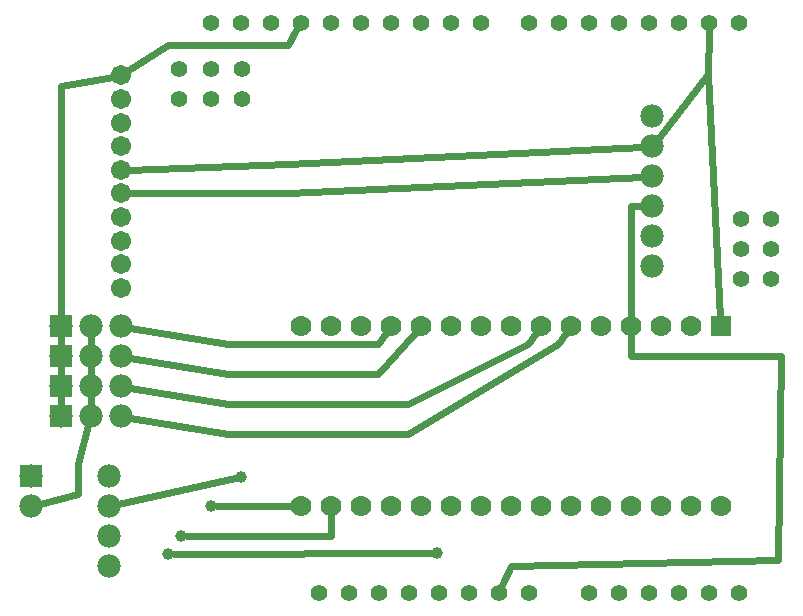
<source format=gbl>
G04 MADE WITH FRITZING*
G04 WWW.FRITZING.ORG*
G04 DOUBLE SIDED*
G04 HOLES PLATED*
G04 CONTOUR ON CENTER OF CONTOUR VECTOR*
%ASAXBY*%
%FSLAX23Y23*%
%MOIN*%
%OFA0B0*%
%SFA1.0B1.0*%
%ADD10C,0.039370*%
%ADD11C,0.070000*%
%ADD12C,0.078000*%
%ADD13C,0.067559*%
%ADD14C,0.055990*%
%ADD15R,0.070000X0.069972*%
%ADD16R,0.078000X0.078000*%
%ADD17C,0.024000*%
%LNCOPPER0*%
G90*
G70*
G54D10*
X1507Y234D03*
X609Y230D03*
G54D11*
X2452Y989D03*
X2352Y989D03*
X2252Y989D03*
X2152Y989D03*
X2052Y989D03*
X1952Y989D03*
X1852Y989D03*
X1752Y989D03*
X1652Y989D03*
X1552Y989D03*
X1452Y989D03*
X1352Y989D03*
X1252Y989D03*
X1152Y989D03*
X1052Y989D03*
X2452Y389D03*
X2352Y389D03*
X2252Y389D03*
X2152Y389D03*
X2052Y389D03*
X1952Y389D03*
X1852Y389D03*
X1752Y389D03*
X1652Y389D03*
X1552Y389D03*
X1452Y389D03*
X1352Y389D03*
X1252Y389D03*
X1152Y389D03*
X1052Y389D03*
G54D12*
X152Y489D03*
X152Y389D03*
X413Y489D03*
X413Y389D03*
X413Y289D03*
X413Y189D03*
G54D13*
X452Y1826D03*
X452Y1747D03*
X452Y1668D03*
X452Y1589D03*
X452Y1511D03*
X452Y1432D03*
X452Y1353D03*
X452Y1274D03*
X452Y1196D03*
X452Y1117D03*
G54D12*
X2223Y1689D03*
X2223Y1589D03*
X2223Y1489D03*
X2223Y1389D03*
X2223Y1289D03*
X2223Y1189D03*
G54D10*
X752Y389D03*
X652Y289D03*
X852Y488D03*
G54D14*
X2112Y100D03*
X2212Y100D03*
X2312Y100D03*
X2412Y100D03*
X2512Y100D03*
X1652Y2000D03*
X1552Y2000D03*
X1452Y2000D03*
X1352Y2000D03*
X1252Y2000D03*
X1152Y2000D03*
X1052Y2000D03*
X952Y2000D03*
X852Y2000D03*
X752Y2000D03*
X2512Y2000D03*
X2412Y2000D03*
X2312Y2000D03*
X2212Y2000D03*
X2112Y2000D03*
X2012Y2000D03*
X1912Y2000D03*
X1812Y2000D03*
X1212Y100D03*
X1112Y100D03*
X1312Y100D03*
X1412Y100D03*
X1512Y100D03*
X1612Y100D03*
X1712Y100D03*
X1812Y100D03*
X2012Y100D03*
X2620Y1346D03*
X2520Y1346D03*
X2620Y1247D03*
X2520Y1247D03*
X2620Y1148D03*
X2520Y1148D03*
X751Y1845D03*
X751Y1746D03*
X855Y1845D03*
X855Y1746D03*
X647Y1845D03*
X647Y1746D03*
G54D12*
X252Y689D03*
X352Y689D03*
X452Y689D03*
X252Y789D03*
X352Y789D03*
X452Y789D03*
X252Y889D03*
X352Y889D03*
X452Y889D03*
X252Y989D03*
X352Y989D03*
X452Y989D03*
G54D15*
X2452Y989D03*
G54D16*
X152Y489D03*
X252Y689D03*
X252Y789D03*
X252Y889D03*
X252Y989D03*
G54D17*
X1488Y234D02*
X628Y230D01*
D02*
X252Y759D02*
X252Y719D01*
D02*
X252Y959D02*
X252Y919D01*
D02*
X252Y859D02*
X252Y819D01*
D02*
X2152Y960D02*
X2152Y889D01*
D02*
X2152Y889D02*
X2652Y889D01*
D02*
X1753Y190D02*
X1723Y125D01*
D02*
X2644Y209D02*
X1753Y190D01*
D02*
X2652Y889D02*
X2644Y209D01*
D02*
X352Y889D02*
X352Y959D01*
D02*
X352Y889D02*
X352Y819D01*
D02*
X352Y719D02*
X352Y889D01*
D02*
X310Y430D02*
X181Y397D01*
D02*
X309Y530D02*
X310Y430D01*
D02*
X344Y660D02*
X309Y530D01*
D02*
X352Y859D02*
X352Y819D01*
D02*
X2410Y1829D02*
X2450Y1018D01*
D02*
X2241Y1613D02*
X2410Y1829D01*
D02*
X2411Y1972D02*
X2410Y1829D01*
D02*
X2152Y1389D02*
X2152Y1018D01*
D02*
X2193Y1389D02*
X2152Y1389D01*
D02*
X809Y930D02*
X481Y984D01*
D02*
X1310Y930D02*
X809Y930D01*
D02*
X1335Y966D02*
X1310Y930D01*
D02*
X809Y830D02*
X481Y884D01*
D02*
X1310Y830D02*
X809Y830D01*
D02*
X1432Y968D02*
X1310Y830D01*
D02*
X809Y730D02*
X481Y784D01*
D02*
X1410Y730D02*
X809Y730D01*
D02*
X1810Y930D02*
X1410Y730D01*
D02*
X1835Y966D02*
X1810Y930D01*
D02*
X809Y630D02*
X481Y684D01*
D02*
X1410Y630D02*
X809Y630D01*
D02*
X1910Y930D02*
X1410Y630D01*
D02*
X1935Y966D02*
X1910Y930D01*
D02*
X1022Y389D02*
X771Y389D01*
D02*
X253Y1789D02*
X427Y1821D01*
D02*
X252Y1019D02*
X253Y1789D01*
D02*
X608Y1928D02*
X1008Y1928D01*
D02*
X1008Y1928D02*
X1037Y1976D01*
D02*
X472Y1839D02*
X608Y1928D01*
D02*
X1009Y1529D02*
X476Y1511D01*
D02*
X2193Y1588D02*
X1009Y1529D01*
D02*
X1009Y1432D02*
X476Y1432D01*
D02*
X2193Y1488D02*
X1009Y1432D01*
D02*
X1154Y289D02*
X671Y289D01*
D02*
X1152Y360D02*
X1154Y289D01*
D02*
X833Y484D02*
X442Y396D01*
G04 End of Copper0*
M02*
</source>
